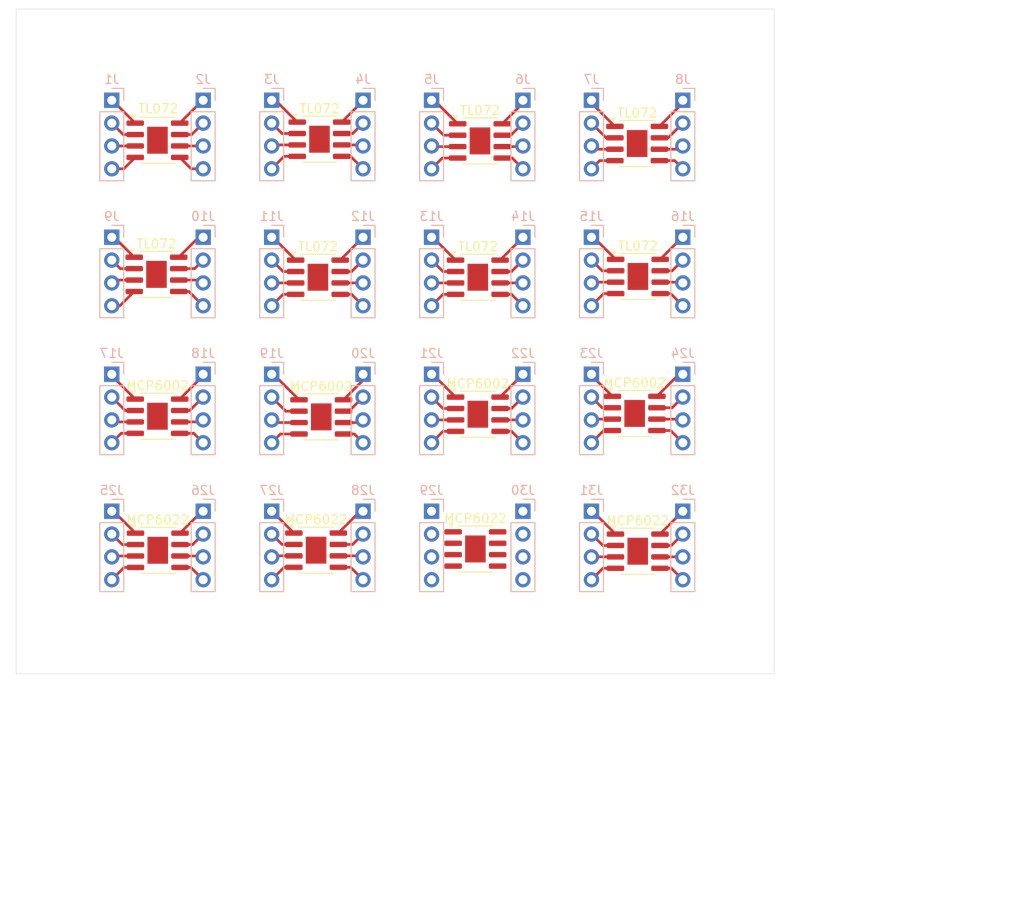
<source format=kicad_pcb>
(kicad_pcb (version 20240108) (generator "pcbnew") (generator_version "8.0")
  (layers (0 "F.Cu" signal) (31 "B.Cu" signal) (34 "B.Paste" user) (35 "F.Paste" user) (36 "B.SilkS" user "B.Silkscreen") (37 "F.SilkS" user "F.Silkscreen") (38 "B.Mask" user) (39 "F.Mask" user) (44 "Edge.Cuts" user))
  (net 0 "")
  (net 1 "Net-(J1-Pin_1)")
  (net 2 "Net-(J1-Pin_4)")
  (net 3 "Net-(J1-Pin_2)")
  (net 4 "Net-(J1-Pin_3)")
  (net 5 "Net-(J2-Pin_2)")
  (net 6 "Net-(J2-Pin_4)")
  (net 7 "Net-(J2-Pin_1)")
  (net 8 "Net-(J2-Pin_3)")
  (net 9 "Net-(J3-Pin_3)")
  (net 10 "Net-(J3-Pin_2)")
  (net 11 "Net-(J3-Pin_1)")
  (net 12 "Net-(J3-Pin_4)")
  (net 13 "Net-(J4-Pin_1)")
  (net 14 "Net-(J4-Pin_4)")
  (net 15 "Net-(J4-Pin_2)")
  (net 16 "Net-(J4-Pin_3)")
  (net 17 "Net-(J5-Pin_3)")
  (net 18 "Net-(J5-Pin_1)")
  (net 19 "Net-(J5-Pin_2)")
  (net 20 "Net-(J5-Pin_4)")
  (net 21 "Net-(J6-Pin_3)")
  (net 22 "Net-(J6-Pin_4)")
  (net 23 "Net-(J6-Pin_2)")
  (net 24 "Net-(J6-Pin_1)")
  (net 25 "Net-(J7-Pin_3)")
  (net 26 "Net-(J7-Pin_1)")
  (net 27 "Net-(J7-Pin_4)")
  (net 28 "Net-(J7-Pin_2)")
  (net 29 "Net-(J8-Pin_1)")
  (net 30 "Net-(J8-Pin_3)")
  (net 31 "Net-(J8-Pin_4)")
  (net 32 "Net-(J8-Pin_2)")
  (net 33 "Net-(J9-Pin_1)")
  (net 34 "Net-(J9-Pin_2)")
  (net 35 "Net-(J9-Pin_3)")
  (net 36 "Net-(J9-Pin_4)")
  (net 37 "Net-(J10-Pin_2)")
  (net 38 "Net-(J10-Pin_3)")
  (net 39 "Net-(J10-Pin_1)")
  (net 40 "Net-(J10-Pin_4)")
  (net 41 "Net-(J11-Pin_2)")
  (net 42 "Net-(J11-Pin_4)")
  (net 43 "Net-(J11-Pin_1)")
  (net 44 "Net-(J11-Pin_3)")
  (net 45 "Net-(J12-Pin_4)")
  (net 46 "Net-(J12-Pin_1)")
  (net 47 "Net-(J12-Pin_2)")
  (net 48 "Net-(J12-Pin_3)")
  (net 49 "Net-(J13-Pin_4)")
  (net 50 "Net-(J13-Pin_2)")
  (net 51 "Net-(J13-Pin_3)")
  (net 52 "Net-(J13-Pin_1)")
  (net 53 "Net-(J14-Pin_1)")
  (net 54 "Net-(J14-Pin_2)")
  (net 55 "Net-(J14-Pin_4)")
  (net 56 "Net-(J14-Pin_3)")
  (net 57 "Net-(J15-Pin_2)")
  (net 58 "Net-(J15-Pin_1)")
  (net 59 "Net-(J15-Pin_3)")
  (net 60 "Net-(J15-Pin_4)")
  (net 61 "Net-(J16-Pin_3)")
  (net 62 "Net-(J16-Pin_4)")
  (net 63 "Net-(J16-Pin_1)")
  (net 64 "Net-(J16-Pin_2)")
  (net 65 "Net-(J17-Pin_2)")
  (net 66 "Net-(J17-Pin_3)")
  (net 67 "Net-(J17-Pin_4)")
  (net 68 "Net-(J17-Pin_1)")
  (net 69 "Net-(J18-Pin_2)")
  (net 70 "Net-(J18-Pin_1)")
  (net 71 "Net-(J18-Pin_4)")
  (net 72 "Net-(J18-Pin_3)")
  (net 73 "Net-(J19-Pin_3)")
  (net 74 "Net-(J19-Pin_2)")
  (net 75 "Net-(J19-Pin_1)")
  (net 76 "Net-(J19-Pin_4)")
  (net 77 "Net-(J20-Pin_2)")
  (net 78 "Net-(J20-Pin_4)")
  (net 79 "Net-(J20-Pin_1)")
  (net 80 "Net-(J20-Pin_3)")
  (net 81 "Net-(J21-Pin_4)")
  (net 82 "Net-(J21-Pin_2)")
  (net 83 "Net-(J21-Pin_1)")
  (net 84 "Net-(J21-Pin_3)")
  (net 85 "Net-(J22-Pin_3)")
  (net 86 "Net-(J22-Pin_1)")
  (net 87 "Net-(J22-Pin_4)")
  (net 88 "Net-(J22-Pin_2)")
  (net 89 "Net-(J23-Pin_3)")
  (net 90 "Net-(J23-Pin_4)")
  (net 91 "Net-(J23-Pin_1)")
  (net 92 "Net-(J23-Pin_2)")
  (net 93 "Net-(J24-Pin_2)")
  (net 94 "Net-(J24-Pin_4)")
  (net 95 "Net-(J24-Pin_3)")
  (net 96 "Net-(J24-Pin_1)")
  (net 97 "Net-(J25-Pin_1)")
  (net 98 "Net-(J25-Pin_3)")
  (net 99 "Net-(J25-Pin_4)")
  (net 100 "Net-(J25-Pin_2)")
  (net 101 "Net-(J26-Pin_3)")
  (net 102 "Net-(J26-Pin_1)")
  (net 103 "Net-(J26-Pin_4)")
  (net 104 "Net-(J26-Pin_2)")
  (net 105 "Net-(J27-Pin_2)")
  (net 106 "Net-(J27-Pin_1)")
  (net 107 "Net-(J27-Pin_3)")
  (net 108 "Net-(J27-Pin_4)")
  (net 109 "Net-(J28-Pin_2)")
  (net 110 "Net-(J28-Pin_1)")
  (net 111 "Net-(J28-Pin_3)")
  (net 112 "Net-(J28-Pin_4)")
  (net 113 "Net-(J29-Pin_2)")
  (net 114 "Net-(J29-Pin_4)")
  (net 115 "Net-(J29-Pin_3)")
  (net 116 "Net-(J29-Pin_1)")
  (net 117 "Net-(J30-Pin_4)")
  (net 118 "Net-(J30-Pin_3)")
  (net 119 "Net-(J30-Pin_2)")
  (net 120 "Net-(J30-Pin_1)")
  (net 121 "Net-(J31-Pin_4)")
  (net 122 "Net-(J31-Pin_2)")
  (net 123 "Net-(J31-Pin_3)")
  (net 124 "Net-(J31-Pin_1)")
  (net 125 "Net-(J32-Pin_1)")
  (net 126 "Net-(J32-Pin_4)")
  (net 127 "Net-(J32-Pin_3)")
  (net 128 "Net-(J32-Pin_2)")
  (footprint "Package_SO:SOIC-8-1EP_3.9x4.9mm_P1.27mm_EP2.29x3mm" (layer "F.Cu") (at 38.1 29.845)
    (property "Reference" "TL072")
    (property "Value" "TL072")
  )
  (footprint "Package_SO:SOIC-8-1EP_3.9x4.9mm_P1.27mm_EP2.29x3mm" (layer "F.Cu") (at 56.11557 29.73)
    (property "Reference" "TL072")
    (property "Value" "TL072")
  )
  (footprint "Package_SO:SOIC-8-1EP_3.9x4.9mm_P1.27mm_EP2.29x3mm" (layer "F.Cu") (at 91.44 30.208023)
    (property "Reference" "TL072")
    (property "Value" "TL072")
  )
  (footprint "Package_SO:SOIC-8-1EP_3.9x4.9mm_P1.27mm_EP2.29x3mm" (layer "F.Cu") (at 55.741569 75.45)
    (property "Reference" "MCP6022")
    (property "Value" "MCP6022")
  )
  (footprint "Package_SO:SOIC-8-1EP_3.9x4.9mm_P1.27mm_EP2.29x3mm" (layer "F.Cu") (at 55.945 45.085)
    (property "Reference" "TL072")
    (property "Value" "TL072")
  )
  (footprint "Package_SO:SOIC-8-1EP_3.9x4.9mm_P1.27mm_EP2.29x3mm" (layer "F.Cu") (at 73.725 60.325)
    (property "Reference" "MCP6002")
    (property "Value" "MCP6002-xSN")
  )
  (footprint "Package_SO:SOIC-8-1EP_3.9x4.9mm_P1.27mm_EP2.29x3mm" (layer "F.Cu") (at 56.313999 60.622803)
    (property "Reference" "MCP6002")
    (property "Value" "MCP6002-xSN")
  )
  (footprint "Package_SO:SOIC-8-1EP_3.9x4.9mm_P1.27mm_EP2.29x3mm" (layer "F.Cu") (at 38.1 60.548491)
    (property "Reference" "MCP6002")
    (property "Value" "MCP6002-xSN")
  )
  (footprint "Package_SO:SOIC-8-1EP_3.9x4.9mm_P1.27mm_EP2.29x3mm" (layer "F.Cu") (at 73.454288 75.317822)
    (property "Reference" "MCP6022")
    (property "Value" "MCP6022")
  )
  (footprint "Package_SO:SOIC-8-1EP_3.9x4.9mm_P1.27mm_EP2.29x3mm" (layer "F.Cu") (at 91.526982 44.999979)
    (property "Reference" "TL072")
    (property "Value" "TL072")
  )
  (footprint "Package_SO:SOIC-8-1EP_3.9x4.9mm_P1.27mm_EP2.29x3mm" (layer "F.Cu") (at 38.133404 75.46443)
    (property "Reference" "MCP6022")
    (property "Value" "MCP6022")
  )
  (footprint "Package_SO:SOIC-8-1EP_3.9x4.9mm_P1.27mm_EP2.29x3mm" (layer "F.Cu") (at 73.962255 29.919437)
    (property "Reference" "TL072")
    (property "Value" "TL072")
  )
  (footprint "Package_SO:SOIC-8-1EP_3.9x4.9mm_P1.27mm_EP2.29x3mm" (layer "F.Cu") (at 73.725 45.085)
    (property "Reference" "TL072")
    (property "Value" "TL072")
  )
  (footprint "Package_SO:SOIC-8-1EP_3.9x4.9mm_P1.27mm_EP2.29x3mm" (layer "F.Cu") (at 91.16338 60.239432)
    (property "Reference" "MCP6002")
    (property "Value" "MCP6002-xSN")
  )
  (footprint "Package_SO:SOIC-8-1EP_3.9x4.9mm_P1.27mm_EP2.29x3mm" (layer "F.Cu") (at 91.505 75.565)
    (property "Reference" "MCP6022")
    (property "Value" "MCP6022")
  )
  (footprint "Package_SO:SOIC-8-1EP_3.9x4.9mm_P1.27mm_EP2.29x3mm" (layer "F.Cu") (at 37.989482 44.765347)
    (property "Reference" "TL072")
    (property "Value" "TL072")
  )
  (footprint "Connector_PinHeader_2.54mm:PinHeader_1x04_P2.54mm_Vertical" (layer "B.Cu") (at 68.58 40.64 180)
    (property "Reference" "J13")
    (property "Value" "Conn_01x04_Pin")
  )
  (footprint "Connector_PinHeader_2.54mm:PinHeader_1x04_P2.54mm_Vertical" (layer "B.Cu") (at 50.8 55.88 180)
    (property "Reference" "J19")
    (property "Value" "Conn_01x04_Pin")
  )
  (footprint "Connector_PinHeader_2.54mm:PinHeader_1x04_P2.54mm_Vertical" (layer "B.Cu") (at 96.52 55.88 180)
    (property "Reference" "J24")
    (property "Value" "Conn_01x04_Pin")
  )
  (footprint "Connector_PinHeader_2.54mm:PinHeader_1x04_P2.54mm_Vertical" (layer "B.Cu") (at 43.18 71.12 180)
    (property "Reference" "J26")
    (property "Value" "Conn_01x04_Pin")
  )
  (footprint "Connector_PinHeader_2.54mm:PinHeader_1x04_P2.54mm_Vertical" (layer "B.Cu") (at 33.02 25.4 180)
    (property "Reference" "J1")
    (property "Value" "Conn_01x04_Pin" (hide yes))
  )
  (footprint "Connector_PinHeader_2.54mm:PinHeader_1x04_P2.54mm_Vertical" (layer "B.Cu") (at 60.96 55.88 180)
    (property "Reference" "J20")
    (property "Value" "Conn_01x04_Pin")
  )
  (footprint "Connector_PinHeader_2.54mm:PinHeader_1x04_P2.54mm_Vertical" (layer "B.Cu") (at 50.8 71.12 180)
    (property "Reference" "J27")
    (property "Value" "Conn_01x04_Pin")
  )
  (footprint "Connector_PinHeader_2.54mm:PinHeader_1x04_P2.54mm_Vertical" (layer "B.Cu") (at 33.02 55.88 180)
    (property "Reference" "J17")
    (property "Value" "Conn_01x04_Pin")
  )
  (footprint "Connector_PinHeader_2.54mm:PinHeader_1x04_P2.54mm_Vertical" (layer "B.Cu") (at 78.74 71.12 180)
    (property "Reference" "J30")
    (property "Value" "Conn_01x04_Pin")
  )
  (footprint "Connector_PinHeader_2.54mm:PinHeader_1x04_P2.54mm_Vertical" (layer "B.Cu") (at 43.18 55.88 180)
    (property "Reference" "J18")
    (property "Value" "Conn_01x04_Pin")
  )
  (footprint "Connector_PinHeader_2.54mm:PinHeader_1x04_P2.54mm_Vertical" (layer "B.Cu") (at 86.36 25.4 180)
    (property "Reference" "J7")
    (property "Value" "Conn_01x04_Pin")
  )
  (footprint "Connector_PinHeader_2.54mm:PinHeader_1x04_P2.54mm_Vertical" (layer "B.Cu") (at 50.8 40.64 180)
    (property "Reference" "J11")
    (property "Value" "Conn_01x04_Pin")
  )
  (footprint "Connector_PinHeader_2.54mm:PinHeader_1x04_P2.54mm_Vertical" (layer "B.Cu") (at 50.8 25.4 180)
    (property "Reference" "J3")
    (property "Value" "Conn_01x04_Pin")
  )
  (footprint "Connector_PinHeader_2.54mm:PinHeader_1x04_P2.54mm_Vertical" (layer "B.Cu") (at 68.58 71.12 180)
    (property "Reference" "J29")
    (property "Value" "Conn_01x04_Pin")
  )
  (footprint "Connector_PinHeader_2.54mm:PinHeader_1x04_P2.54mm_Vertical" (layer "B.Cu") (at 43.18 25.4 180)
    (property "Reference" "J2")
    (property "Value" "Conn_01x04_Pin")
  )
  (footprint "Connector_PinHeader_2.54mm:PinHeader_1x04_P2.54mm_Vertical" (layer "B.Cu") (at 68.58 25.4 180)
    (property "Reference" "J5")
    (property "Value" "Conn_01x04_Pin")
  )
  (footprint "Connector_PinHeader_2.54mm:PinHeader_1x04_P2.54mm_Vertical" (layer "B.Cu") (at 78.74 40.64 180)
    (property "Reference" "J14")
    (property "Value" "Conn_01x04_Pin")
  )
  (footprint "Connector_PinHeader_2.54mm:PinHeader_1x04_P2.54mm_Vertical" (layer "B.Cu") (at 96.52 40.64 180)
    (property "Reference" "J16")
    (property "Value" "Conn_01x04_Pin")
  )
  (footprint "Connector_PinHeader_2.54mm:PinHeader_1x04_P2.54mm_Vertical" (layer "B.Cu") (at 60.96 71.12 180)
    (property "Reference" "J28")
    (property "Value" "Conn_01x04_Pin")
  )
  (footprint "Connector_PinHeader_2.54mm:PinHeader_1x04_P2.54mm_Vertical" (layer "B.Cu") (at 86.36 71.12 180)
    (property "Reference" "J31")
    (property "Value" "Conn_01x04_Pin")
  )
  (footprint "Connector_PinHeader_2.54mm:PinHeader_1x04_P2.54mm_Vertical" (layer "B.Cu") (at 68.58 55.88 180)
    (property "Reference" "J21")
    (property "Value" "Conn_01x04_Pin")
  )
  (footprint "Connector_PinHeader_2.54mm:PinHeader_1x04_P2.54mm_Vertical" (layer "B.Cu") (at 86.36 40.64 180)
    (property "Reference" "J15")
    (property "Value" "Conn_01x04_Pin")
  )
  (footprint "Connector_PinHeader_2.54mm:PinHeader_1x04_P2.54mm_Vertical" (layer "B.Cu") (at 33.02 71.12 180)
    (property "Reference" "J25")
    (property "Value" "Conn_01x04_Pin")
  )
  (footprint "Connector_PinHeader_2.54mm:PinHeader_1x04_P2.54mm_Vertical" (layer "B.Cu") (at 60.96 25.4 180)
    (property "Reference" "J4")
    (property "Value" "Conn_01x04_Pin")
  )
  (footprint "Connector_PinHeader_2.54mm:PinHeader_1x04_P2.54mm_Vertical" (layer "B.Cu") (at 78.74 55.88 180)
    (property "Reference" "J22")
    (property "Value" "Conn_01x04_Pin")
  )
  (footprint "Connector_PinHeader_2.54mm:PinHeader_1x04_P2.54mm_Vertical" (layer "B.Cu") (at 96.52 71.12 180)
    (property "Reference" "J32")
    (property "Value" "Conn_01x04_Pin")
  )
  (footprint "Connector_PinHeader_2.54mm:PinHeader_1x04_P2.54mm_Vertical" (layer "B.Cu") (at 33.02 40.64 180)
    (property "Reference" "J9")
    (property "Value" "Conn_01x04_Pin")
  )
  (footprint "Connector_PinHeader_2.54mm:PinHeader_1x04_P2.54mm_Vertical" (layer "B.Cu") (at 78.74 25.4 180)
    (property "Reference" "J6")
    (property "Value" "Conn_01x04_Pin")
  )
  (footprint "Connector_PinHeader_2.54mm:PinHeader_1x04_P2.54mm_Vertical" (layer "B.Cu") (at 86.36 55.88 180)
    (property "Reference" "J23")
    (property "Value" "Conn_01x04_Pin")
  )
  (footprint "Connector_PinHeader_2.54mm:PinHeader_1x04_P2.54mm_Vertical" (layer "B.Cu") (at 96.52 25.4 180)
    (property "Reference" "J8")
    (property "Value" "Conn_01x04_Pin")
  )
  (footprint "Connector_PinHeader_2.54mm:PinHeader_1x04_P2.54mm_Vertical" (layer "B.Cu") (at 60.96 40.64 180)
    (property "Reference" "J12")
    (property "Value" "Conn_01x04_Pin")
  )
  (footprint "Connector_PinHeader_2.54mm:PinHeader_1x04_P2.54mm_Vertical" (layer "B.Cu") (at 43.18 40.64 180)
    (property "Reference" "J10")
    (property "Value" "Conn_01x04_Pin")
  )
  (gr_rect (start 22.38 15.24) (end 106.68 89.22) (stroke (width 0.05)) (fill none) (layer "Edge.Cuts"))
  (segment (start 33.02 25.4) (end 33.085 25.4) (width 0.3) (layer "F.Cu") (net 1))
  (segment (start 33.085 25.4) (end 35.625 27.94) (width 0.3) (layer "F.Cu") (net 1))
  (segment (start 34.355 33.02) (end 35.625 31.75) (width 0.3) (layer "F.Cu") (net 2))
  (segment (start 33.02 33.02) (end 34.355 33.02) (width 0.3) (layer "F.Cu") (net 2))
  (segment (start 33.02 27.94) (end 34.29 29.21) (width 0.3) (layer "F.Cu") (net 3))
  (segment (start 34.29 29.21) (end 35.625 29.21) (width 0.3) (layer "F.Cu") (net 3))
  (segment (start 33.02 30.48) (end 35.625 30.48) (width 0.3) (layer "F.Cu") (net 4))
  (segment (start 43.18 27.94) (end 41.91 29.21) (width 0.3) (layer "F.Cu") (net 5))
  (segment (start 41.91 29.21) (end 40.575 29.21) (width 0.3) (layer "F.Cu") (net 5))
  (segment (start 43.18 33.02) (end 41.845 33.02) (width 0.3) (layer "F.Cu") (net 6))
  (segment (start 41.845 33.02) (end 40.575 31.75) (width 0.3) (layer "F.Cu") (net 6))
  (segment (start 43.18 25.4) (end 43.115 25.4) (width 0.3) (layer "F.Cu") (net 7))
  (segment (start 43.115 25.4) (end 40.575 27.94) (width 0.3) (layer "F.Cu") (net 7))
  (segment (start 43.18 30.48) (end 40.575 30.48) (width 0.3) (layer "F.Cu") (net 8))
  (segment (start 53.64057 30.365) (end 50.915 30.365) (width 0.3) (layer "F.Cu") (net 9))
  (segment (start 50.915 30.365) (end 50.8 30.48) (width 0.3) (layer "F.Cu") (net 9))
  (segment (start 53.64057 29.095) (end 51.955 29.095) (width 0.3) (layer "F.Cu") (net 10))
  (segment (start 51.955 29.095) (end 50.8 27.94) (width 0.3) (layer "F.Cu") (net 10))
  (segment (start 53.64057 27.825) (end 51.21557 25.4) (width 0.3) (layer "F.Cu") (net 11))
  (segment (start 51.21557 25.4) (end 50.8 25.4) (width 0.3) (layer "F.Cu") (net 11))
  (segment (start 52.185 31.635) (end 50.8 33.02) (width 0.3) (layer "F.Cu") (net 12))
  (segment (start 53.64057 31.635) (end 52.185 31.635) (width 0.3) (layer "F.Cu") (net 12))
  (segment (start 60.96 25.45557) (end 60.96 25.4) (width 0.3) (layer "F.Cu") (net 13))
  (segment (start 58.59057 27.825) (end 60.96 25.45557) (width 0.3) (layer "F.Cu") (net 13))
  (segment (start 59.575 31.635) (end 60.96 33.02) (width 0.3) (layer "F.Cu") (net 14))
  (segment (start 58.59057 31.635) (end 59.575 31.635) (width 0.3) (layer "F.Cu") (net 14))
  (segment (start 58.59057 29.095) (end 59.805 29.095) (width 0.3) (layer "F.Cu") (net 15))
  (segment (start 59.805 29.095) (end 60.96 27.94) (width 0.3) (layer "F.Cu") (net 15))
  (segment (start 58.59057 30.365) (end 60.845 30.365) (width 0.3) (layer "F.Cu") (net 16))
  (segment (start 60.845 30.365) (end 60.96 30.48) (width 0.3) (layer "F.Cu") (net 16))
  (segment (start 71.487255 30.554437) (end 68.654437 30.554437) (width 0.3) (layer "F.Cu") (net 17))
  (segment (start 68.654437 30.554437) (end 68.58 30.48) (width 0.3) (layer "F.Cu") (net 17))
  (segment (start 68.872818 25.4) (end 68.58 25.4) (width 0.3) (layer "F.Cu") (net 18))
  (segment (start 71.487255 28.014437) (end 68.872818 25.4) (width 0.3) (layer "F.Cu") (net 18))
  (segment (start 71.487255 29.284437) (end 69.924437 29.284437) (width 0.3) (layer "F.Cu") (net 19))
  (segment (start 69.924437 29.284437) (end 68.58 27.94) (width 0.3) (layer "F.Cu") (net 19))
  (segment (start 69.775563 31.824437) (end 68.58 33.02) (width 0.3) (layer "F.Cu") (net 20))
  (segment (start 71.487255 31.824437) (end 69.775563 31.824437) (width 0.3) (layer "F.Cu") (net 20))
  (segment (start 76.437255 30.554437) (end 78.665563 30.554437) (width 0.3) (layer "F.Cu") (net 21))
  (segment (start 78.665563 30.554437) (end 78.74 30.48) (width 0.3) (layer "F.Cu") (net 21))
  (segment (start 76.437255 31.824437) (end 77.544437 31.824437) (width 0.3) (layer "F.Cu") (net 22))
  (segment (start 77.544437 31.824437) (end 78.74 33.02) (width 0.3) (layer "F.Cu") (net 22))
  (segment (start 77.395563 29.284437) (end 78.74 27.94) (width 0.3) (layer "F.Cu") (net 23))
  (segment (start 76.437255 29.284437) (end 77.395563 29.284437) (width 0.3) (layer "F.Cu") (net 23))
  (segment (start 78.74 25.711692) (end 78.74 25.4) (width 0.3) (layer "F.Cu") (net 24))
  (segment (start 76.437255 28.014437) (end 78.74 25.711692) (width 0.3) (layer "F.Cu") (net 24))
  (segment (start 88.965 30.843023) (end 86.723023 30.843023) (width 0.3) (layer "F.Cu") (net 25))
  (segment (start 86.723023 30.843023) (end 86.36 30.48) (width 0.3) (layer "F.Cu") (net 25))
  (segment (start 88.965 28.303023) (end 86.36 25.698023) (width 0.3) (layer "F.Cu") (net 26))
  (segment (start 86.36 25.698023) (end 86.36 25.4) (width 0.3) (layer "F.Cu") (net 26))
  (segment (start 88.965 32.113023) (end 87.266977 32.113023) (width 0.3) (layer "F.Cu") (net 27))
  (segment (start 87.266977 32.113023) (end 86.36 33.02) (width 0.3) (layer "F.Cu") (net 27))
  (segment (start 88.965 29.573023) (end 87.993023 29.573023) (width 0.3) (layer "F.Cu") (net 28))
  (segment (start 87.993023 29.573023) (end 86.36 27.94) (width 0.3) (layer "F.Cu") (net 28))
  (segment (start 96.52 25.698023) (end 96.52 25.4) (width 0.3) (layer "F.Cu") (net 29))
  (segment (start 93.915 28.303023) (end 96.52 25.698023) (width 0.3) (layer "F.Cu") (net 29))
  (segment (start 96.156977 30.843023) (end 96.52 30.48) (width 0.3) (layer "F.Cu") (net 30))
  (segment (start 93.915 30.843023) (end 96.156977 30.843023) (width 0.3) (layer "F.Cu") (net 30))
  (segment (start 95.613023 32.113023) (end 96.52 33.02) (width 0.3) (layer "F.Cu") (net 31))
  (segment (start 93.915 32.113023) (end 95.613023 32.113023) (width 0.3) (layer "F.Cu") (net 31))
  (segment (start 94.886977 29.573023) (end 96.52 27.94) (width 0.3) (layer "F.Cu") (net 32))
  (segment (start 93.915 29.573023) (end 94.886977 29.573023) (width 0.3) (layer "F.Cu") (net 32))
  (segment (start 33.294135 40.64) (end 33.02 40.64) (width 0.3) (layer "F.Cu") (net 33))
  (segment (start 35.514482 42.860347) (end 33.294135 40.64) (width 0.3) (layer "F.Cu") (net 33))
  (segment (start 33.970347 44.130347) (end 33.02 43.18) (width 0.3) (layer "F.Cu") (net 34))
  (segment (start 35.514482 44.130347) (end 33.970347 44.130347) (width 0.3) (layer "F.Cu") (net 34))
  (segment (start 35.514482 45.400347) (end 33.339653 45.400347) (width 0.3) (layer "F.Cu") (net 35))
  (segment (start 33.339653 45.400347) (end 33.02 45.72) (width 0.3) (layer "F.Cu") (net 35))
  (segment (start 35.514482 46.670347) (end 33.924829 48.26) (width 0.3) (layer "F.Cu") (net 36))
  (segment (start 33.924829 48.26) (end 33.02 48.26) (width 0.3) (layer "F.Cu") (net 36))
  (segment (start 40.464482 44.130347) (end 42.229653 44.130347) (width 0.3) (layer "F.Cu") (net 37))
  (segment (start 42.229653 44.130347) (end 43.18 43.18) (width 0.3) (layer "F.Cu") (net 37))
  (segment (start 42.860347 45.400347) (end 43.18 45.72) (width 0.3) (layer "F.Cu") (net 38))
  (segment (start 40.464482 45.400347) (end 42.860347 45.400347) (width 0.3) (layer "F.Cu") (net 38))
  (segment (start 42.684829 40.64) (end 43.18 40.64) (width 0.3) (layer "F.Cu") (net 39))
  (segment (start 40.464482 42.860347) (end 42.684829 40.64) (width 0.3) (layer "F.Cu") (net 39))
  (segment (start 40.464482 46.670347) (end 41.590347 46.670347) (width 0.3) (layer "F.Cu") (net 40))
  (segment (start 41.590347 46.670347) (end 43.18 48.26) (width 0.3) (layer "F.Cu") (net 40))
  (segment (start 52.07 44.45) (end 50.8 43.18) (width 0.3) (layer "F.Cu") (net 41))
  (segment (start 53.47 44.45) (end 52.07 44.45) (width 0.3) (layer "F.Cu") (net 41))
  (segment (start 53.47 46.99) (end 52.07 46.99) (width 0.3) (layer "F.Cu") (net 42))
  (segment (start 52.07 46.99) (end 50.8 48.26) (width 0.3) (layer "F.Cu") (net 42))
  (segment (start 53.47 43.18) (end 50.93 40.64) (width 0.3) (layer "F.Cu") (net 43))
  (segment (start 50.93 40.64) (end 50.8 40.64) (width 0.3) (layer "F.Cu") (net 43))
  (segment (start 53.47 45.72) (end 50.8 45.72) (width 0.3) (layer "F.Cu") (net 44))
  (segment (start 59.69 46.99) (end 60.96 48.26) (width 0.3) (layer "F.Cu") (net 45))
  (segment (start 58.42 46.99) (end 59.69 46.99) (width 0.3) (layer "F.Cu") (net 45))
  (segment (start 58.42 43.18) (end 60.96 40.64) (width 0.3) (layer "F.Cu") (net 46))
  (segment (start 59.69 44.45) (end 60.96 43.18) (width 0.3) (layer "F.Cu") (net 47))
  (segment (start 58.42 44.45) (end 59.69 44.45) (width 0.3) (layer "F.Cu") (net 47))
  (segment (start 58.42 45.72) (end 60.96 45.72) (width 0.3) (layer "F.Cu") (net 48))
  (segment (start 71.25 46.99) (end 69.85 46.99) (width 0.3) (layer "F.Cu") (net 49))
  (segment (start 69.85 46.99) (end 68.58 48.26) (width 0.3) (layer "F.Cu") (net 49))
  (segment (start 71.25 44.45) (end 69.85 44.45) (width 0.3) (layer "F.Cu") (net 50))
  (segment (start 69.85 44.45) (end 68.58 43.18) (width 0.3) (layer "F.Cu") (net 50))
  (segment (start 71.25 45.72) (end 68.58 45.72) (width 0.3) (layer "F.Cu") (net 51))
  (segment (start 68.71 40.64) (end 68.58 40.64) (width 0.3) (layer "F.Cu") (net 52))
  (segment (start 71.25 43.18) (end 68.71 40.64) (width 0.3) (layer "F.Cu") (net 52))
  (segment (start 76.2 43.18) (end 78.74 40.64) (width 0.3) (layer "F.Cu") (net 53))
  (segment (start 76.2 44.45) (end 77.47 44.45) (width 0.3) (layer "F.Cu") (net 54))
  (segment (start 77.47 44.45) (end 78.74 43.18) (width 0.3) (layer "F.Cu") (net 54))
  (segment (start 77.47 46.99) (end 78.74 48.26) (width 0.3) (layer "F.Cu") (net 55))
  (segment (start 76.2 46.99) (end 77.47 46.99) (width 0.3) (layer "F.Cu") (net 55))
  (segment (start 76.2 45.72) (end 78.74 45.72) (width 0.3) (layer "F.Cu") (net 56))
  (segment (start 89.051982 44.364979) (end 87.544979 44.364979) (width 0.3) (layer "F.Cu") (net 57))
  (segment (start 87.544979 44.364979) (end 86.36 43.18) (width 0.3) (layer "F.Cu") (net 57))
  (segment (start 89.051982 43.094979) (end 86.597003 40.64) (width 0.3) (layer "F.Cu") (net 58))
  (segment (start 86.597003 40.64) (end 86.36 40.64) (width 0.3) (layer "F.Cu") (net 58))
  (segment (start 86.445021 45.634979) (end 86.36 45.72) (width 0.3) (layer "F.Cu") (net 59))
  (segment (start 89.051982 45.634979) (end 86.445021 45.634979) (width 0.3) (layer "F.Cu") (net 59))
  (segment (start 89.051982 46.904979) (end 87.715021 46.904979) (width 0.3) (layer "F.Cu") (net 60))
  (segment (start 87.715021 46.904979) (end 86.36 48.26) (width 0.3) (layer "F.Cu") (net 60))
  (segment (start 94.001982 45.634979) (end 96.434979 45.634979) (width 0.3) (layer "F.Cu") (net 61))
  (segment (start 96.434979 45.634979) (end 96.52 45.72) (width 0.3) (layer "F.Cu") (net 61))
  (segment (start 94.001982 46.904979) (end 95.164979 46.904979) (width 0.3) (layer "F.Cu") (net 62))
  (segment (start 95.164979 46.904979) (end 96.52 48.26) (width 0.3) (layer "F.Cu") (net 62))
  (segment (start 94.001982 43.094979) (end 96.456961 40.64) (width 0.3) (layer "F.Cu") (net 63))
  (segment (start 96.456961 40.64) (end 96.52 40.64) (width 0.3) (layer "F.Cu") (net 63))
  (segment (start 95.335021 44.364979) (end 96.52 43.18) (width 0.3) (layer "F.Cu") (net 64))
  (segment (start 94.001982 44.364979) (end 95.335021 44.364979) (width 0.3) (layer "F.Cu") (net 64))
  (segment (start 35.625 59.913491) (end 34.513491 59.913491) (width 0.3) (layer "F.Cu") (net 65))
  (segment (start 34.513491 59.913491) (end 33.02 58.42) (width 0.3) (layer "F.Cu") (net 65))
  (segment (start 35.625 61.183491) (end 33.243491 61.183491) (width 0.3) (layer "F.Cu") (net 66))
  (segment (start 33.243491 61.183491) (end 33.02 60.96) (width 0.3) (layer "F.Cu") (net 66))
  (segment (start 34.066509 62.453491) (end 33.02 63.5) (width 0.3) (layer "F.Cu") (net 67))
  (segment (start 35.625 62.453491) (end 34.066509 62.453491) (width 0.3) (layer "F.Cu") (net 67))
  (segment (start 35.625 58.643491) (end 33.02 56.038491) (width 0.3) (layer "F.Cu") (net 68))
  (segment (start 33.02 56.038491) (end 33.02 55.88) (width 0.3) (layer "F.Cu") (net 68))
  (segment (start 40.575 59.913491) (end 41.686509 59.913491) (width 0.3) (layer "F.Cu") (net 69))
  (segment (start 41.686509 59.913491) (end 43.18 58.42) (width 0.3) (layer "F.Cu") (net 69))
  (segment (start 43.18 56.038491) (end 43.18 55.88) (width 0.3) (layer "F.Cu") (net 70))
  (segment (start 40.575 58.643491) (end 43.18 56.038491) (width 0.3) (layer "F.Cu") (net 70))
  (segment (start 40.575 62.453491) (end 42.133491 62.453491) (width 0.3) (layer "F.Cu") (net 71))
  (segment (start 42.133491 62.453491) (end 43.18 63.5) (width 0.3) (layer "F.Cu") (net 71))
  (segment (start 42.956509 61.183491) (end 43.18 60.96) (width 0.3) (layer "F.Cu") (net 72))
  (segment (start 40.575 61.183491) (end 42.956509 61.183491) (width 0.3) (layer "F.Cu") (net 72))
  (segment (start 53.838999 61.257803) (end 51.097803 61.257803) (width 0.3) (layer "F.Cu") (net 73))
  (segment (start 51.097803 61.257803) (end 50.8 60.96) (width 0.3) (layer "F.Cu") (net 73))
  (segment (start 53.838999 59.987803) (end 52.367803 59.987803) (width 0.3) (layer "F.Cu") (net 74))
  (segment (start 52.367803 59.987803) (end 50.8 58.42) (width 0.3) (layer "F.Cu") (net 74))
  (segment (start 51.001196 55.88) (end 50.8 55.88) (width 0.3) (layer "F.Cu") (net 75))
  (segment (start 53.838999 58.717803) (end 51.001196 55.88) (width 0.3) (layer "F.Cu") (net 75))
  (segment (start 51.772197 62.527803) (end 50.8 63.5) (width 0.3) (layer "F.Cu") (net 76))
  (segment (start 53.838999 62.527803) (end 51.772197 62.527803) (width 0.3) (layer "F.Cu") (net 76))
  (segment (start 59.392197 59.987803) (end 60.96 58.42) (width 0.3) (layer "F.Cu") (net 77))
  (segment (start 58.788999 59.987803) (end 59.392197 59.987803) (width 0.3) (layer "F.Cu") (net 77))
  (segment (start 59.987803 62.527803) (end 60.96 63.5) (width 0.3) (layer "F.Cu") (net 78))
  (segment (start 58.788999 62.527803) (end 59.987803 62.527803) (width 0.3) (layer "F.Cu") (net 78))
  (segment (start 60.96 56.546802) (end 60.96 55.88) (width 0.3) (layer "F.Cu") (net 79))
  (segment (start 58.788999 58.717803) (end 60.96 56.546802) (width 0.3) (layer "F.Cu") (net 79))
  (segment (start 58.788999 61.257803) (end 60.662197 61.257803) (width 0.3) (layer "F.Cu") (net 80))
  (segment (start 60.662197 61.257803) (end 60.96 60.96) (width 0.3) (layer "F.Cu") (net 80))
  (segment (start 69.85 62.23) (end 68.58 63.5) (width 0.3) (layer "F.Cu") (net 81))
  (segment (start 71.25 62.23) (end 69.85 62.23) (width 0.3) (layer "F.Cu") (net 81))
  (segment (start 71.25 59.69) (end 69.85 59.69) (width 0.3) (layer "F.Cu") (net 82))
  (segment (start 69.85 59.69) (end 68.58 58.42) (width 0.3) (layer "F.Cu") (net 82))
  (segment (start 71.25 58.42) (end 68.71 55.88) (width 0.3) (layer "F.Cu") (net 83))
  (segment (start 68.71 55.88) (end 68.58 55.88) (width 0.3) (layer "F.Cu") (net 83))
  (segment (start 71.25 60.96) (end 68.58 60.96) (width 0.3) (layer "F.Cu") (net 84))
  (segment (start 76.2 60.96) (end 78.74 60.96) (width 0.3) (layer "F.Cu") (net 85))
  (segment (start 76.2 58.42) (end 78.74 55.88) (width 0.3) (layer "F.Cu") (net 86))
  (segment (start 77.47 62.23) (end 78.74 63.5) (width 0.3) (layer "F.Cu") (net 87))
  (segment (start 76.2 62.23) (end 77.47 62.23) (width 0.3) (layer "F.Cu") (net 87))
  (segment (start 77.47 59.69) (end 78.74 58.42) (width 0.3) (layer "F.Cu") (net 88))
  (segment (start 76.2 59.69) (end 77.47 59.69) (width 0.3) (layer "F.Cu") (net 88))
  (segment (start 88.68838 60.874432) (end 86.445568 60.874432) (width 0.3) (layer "F.Cu") (net 89))
  (segment (start 86.445568 60.874432) (end 86.36 60.96) (width 0.3) (layer "F.Cu") (net 89))
  (segment (start 88.68838 62.144432) (end 87.715568 62.144432) (width 0.3) (layer "F.Cu") (net 90))
  (segment (start 87.715568 62.144432) (end 86.36 63.5) (width 0.3) (layer "F.Cu") (net 90))
  (segment (start 88.68838 58.334432) (end 86.36 56.006052) (width 0.3) (layer "F.Cu") (net 91))
  (segment (start 86.36 56.006052) (end 86.36 55.88) (width 0.3) (layer "F.Cu") (net 91))
  (segment (start 87.544432 59.604432) (end 86.36 58.42) (width 0.3) (layer "F.Cu") (net 92))
  (segment (start 88.68838 59.604432) (end 87.544432 59.604432) (width 0.3) (layer "F.Cu") (net 92))
  (segment (start 95.335568 59.604432) (end 96.52 58.42) (width 0.3) (layer "F.Cu") (net 93))
  (segment (start 93.63838 59.604432) (end 95.335568 59.604432) (width 0.3) (layer "F.Cu") (net 93))
  (segment (start 93.63838 62.144432) (end 95.164432 62.144432) (width 0.3) (layer "F.Cu") (net 94))
  (segment (start 95.164432 62.144432) (end 96.52 63.5) (width 0.3) (layer "F.Cu") (net 94))
  (segment (start 96.434432 60.874432) (end 96.52 60.96) (width 0.3) (layer "F.Cu") (net 95))
  (segment (start 93.63838 60.874432) (end 96.434432 60.874432) (width 0.3) (layer "F.Cu") (net 95))
  (segment (start 93.63838 58.334432) (end 96.092812 55.88) (width 0.3) (layer "F.Cu") (net 96))
  (segment (start 96.092812 55.88) (end 96.52 55.88) (width 0.3) (layer "F.Cu") (net 96))
  (segment (start 35.658404 73.55943) (end 33.218974 71.12) (width 0.3) (layer "F.Cu") (net 97))
  (segment (start 33.218974 71.12) (end 33.02 71.12) (width 0.3) (layer "F.Cu") (net 97))
  (segment (start 33.12057 76.09943) (end 33.02 76.2) (width 0.3) (layer "F.Cu") (net 98))
  (segment (start 35.658404 76.09943) (end 33.12057 76.09943) (width 0.3) (layer "F.Cu") (net 98))
  (segment (start 35.658404 77.36943) (end 34.39057 77.36943) (width 0.3) (layer "F.Cu") (net 99))
  (segment (start 34.39057 77.36943) (end 33.02 78.74) (width 0.3) (layer "F.Cu") (net 99))
  (segment (start 35.658404 74.82943) (end 34.18943 74.82943) (width 0.3) (layer "F.Cu") (net 100))
  (segment (start 34.18943 74.82943) (end 33.02 73.66) (width 0.3) (layer "F.Cu") (net 100))
  (segment (start 43.07943 76.09943) (end 43.18 76.2) (width 0.3) (layer "F.Cu") (net 101))
  (segment (start 40.608404 76.09943) (end 43.07943 76.09943) (width 0.3) (layer "F.Cu") (net 101))
  (segment (start 43.047834 71.12) (end 43.18 71.12) (width 0.3) (layer "F.Cu") (net 102))
  (segment (start 40.608404 73.55943) (end 43.047834 71.12) (width 0.3) (layer "F.Cu") (net 102))
  (segment (start 41.80943 77.36943) (end 43.18 78.74) (width 0.3) (layer "F.Cu") (net 103))
  (segment (start 40.608404 77.36943) (end 41.80943 77.36943) (width 0.3) (layer "F.Cu") (net 103))
  (segment (start 40.608404 74.82943) (end 42.01057 74.82943) (width 0.3) (layer "F.Cu") (net 104))
  (segment (start 42.01057 74.82943) (end 43.18 73.66) (width 0.3) (layer "F.Cu") (net 104))
  (segment (start 51.955 74.815) (end 50.8 73.66) (width 0.3) (layer "F.Cu") (net 105))
  (segment (start 53.266569 74.815) (end 51.955 74.815) (width 0.3) (layer "F.Cu") (net 105))
  (segment (start 50.841569 71.12) (end 50.8 71.12) (width 0.3) (layer "F.Cu") (net 106))
  (segment (start 53.266569 73.545) (end 50.841569 71.12) (width 0.3) (layer "F.Cu") (net 106))
  (segment (start 53.266569 76.085) (end 50.915 76.085) (width 0.3) (layer "F.Cu") (net 107))
  (segment (start 50.915 76.085) (end 50.8 76.2) (width 0.3) (layer "F.Cu") (net 107))
  (segment (start 53.266569 77.355) (end 52.185 77.355) (width 0.3) (layer "F.Cu") (net 108))
  (segment (start 52.185 77.355) (end 50.8 78.74) (width 0.3) (layer "F.Cu") (net 108))
  (segment (start 59.805 74.815) (end 60.96 73.66) (width 0.3) (layer "F.Cu") (net 109))
  (segment (start 58.216569 74.815) (end 59.805 74.815) (width 0.3) (layer "F.Cu") (net 109))
  (segment (start 58.216569 73.545) (end 60.641569 71.12) (width 0.3) (layer "F.Cu") (net 110))
  (segment (start 60.641569 71.12) (end 60.96 71.12) (width 0.3) (layer "F.Cu") (net 110))
  (segment (start 58.216569 76.085) (end 60.845 76.085) (width 0.3) (layer "F.Cu") (net 111))
  (segment (start 60.845 76.085) (end 60.96 76.2) (width 0.3) (layer "F.Cu") (net 111))
  (segment (start 58.216569 77.355) (end 59.575 77.355) (width 0.3) (layer "F.Cu") (net 112))
  (segment (start 59.575 77.355) (end 60.96 78.74) (width 0.3) (layer "F.Cu") (net 112))
  (segment (start 87.63 77.47) (end 86.36 78.74) (width 0.3) (layer "F.Cu") (net 121))
  (segment (start 89.03 77.47) (end 87.63 77.47) (width 0.3) (layer "F.Cu") (net 121))
  (segment (start 89.03 74.93) (end 87.63 74.93) (width 0.3) (layer "F.Cu") (net 122))
  (segment (start 87.63 74.93) (end 86.36 73.66) (width 0.3) (layer "F.Cu") (net 122))
  (segment (start 89.03 76.2) (end 86.36 76.2) (width 0.3) (layer "F.Cu") (net 123))
  (segment (start 86.49 71.12) (end 86.36 71.12) (width 0.3) (layer "F.Cu") (net 124))
  (segment (start 89.03 73.66) (end 86.49 71.12) (width 0.3) (layer "F.Cu") (net 124))
  (segment (start 93.98 73.66) (end 96.52 71.12) (width 0.3) (layer "F.Cu") (net 125))
  (segment (start 93.98 77.47) (end 95.25 77.47) (width 0.3) (layer "F.Cu") (net 126))
  (segment (start 95.25 77.47) (end 96.52 78.74) (width 0.3) (layer "F.Cu") (net 126))
  (segment (start 93.98 76.2) (end 96.52 76.2) (width 0.3) (layer "F.Cu") (net 127))
  (segment (start 93.98 74.93) (end 95.25 74.93) (width 0.3) (layer "F.Cu") (net 128))
  (segment (start 95.25 74.93) (end 96.52 73.66) (width 0.3) (layer "F.Cu") (net 128))
)
</source>
